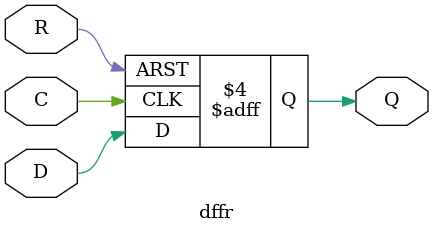
<source format=v>
module dpram_1024x8_core (
  input wclk,
  input wen,
  input [0:9] waddr,
  input [0:7] data_in,
  input rclk,
  input ren,
  input [0:9] raddr,
  output [0:7] data_out );

  reg [0:7] ram[0:1023];
  reg [0:7] internal;

  assign data_out = internal;

  always @(posedge wclk) begin
    if(wen) begin
      ram[waddr] <= data_in;
    end
  end

  always @(posedge rclk) begin
    if(ren) begin
      internal <= ram[raddr];
    end
  end

endmodule

//-----------------------------
// Dual-port RAM 1024x8 bit (8Kbit) wrapper
// where the read clock and write clock
// are combined to a unified clock
//-----------------------------
module dpram_1024x8 (
  input clk,
  input wen,
  input ren,
  input [0:9] waddr,
  input [0:9] raddr,
  input [0:7] data_in,
  output [0:7] data_out );

    dpram_1024x8_core memory_0 (
      .wclk    (clk),
      .wen    (wen),
      .waddr    (waddr),
      .data_in  (data_in),
      .rclk    (clk),
      .ren    (ren),
      .raddr    (raddr),
      .data_out    (data_out) );

endmodule

//-----------------------------
// 36-bit multiplier
//-----------------------------
module mult_36(
  input [0:35] A,
  input [0:35] B,
  output [0:71] Y
);

assign Y = A * B;

endmodule

//-----------------------------
// Native D-type flip-flop
//-----------------------------
(* abc9_flop, lib_whitebox *)
module dff(
    output reg Q,
    input D,
    (* clkbuf_sink *)
    (* invertible_pin = "IS_C_INVERTED" *)
    input C
);
    parameter [0:0] INIT = 1'b0;
    parameter [0:0] IS_C_INVERTED = 1'b0;
    initial Q = INIT;
    case(|IS_C_INVERTED)
          1'b0:
            always @(posedge C)
                Q <= D;
          1'b1:
            always @(negedge C)
                Q <= D;
    endcase
endmodule

//-----------------------------
// D-type flip-flop with asynchronous reset
//-----------------------------
(* abc9_flop, lib_whitebox *)
module dffr(
    output reg Q,
    input D,
    input R,
    (* clkbuf_sink *)
    (* invertible_pin = "IS_C_INVERTED" *)
    input C
);
    parameter [0:0] INIT = 1'b0;
    parameter [0:0] IS_C_INVERTED = 1'b0;
    initial Q = INIT;
    case(|IS_C_INVERTED)
          1'b0:
            always @(posedge C or posedge R)
                if (R == 1'b1)
                        Q <= 1'b0;
                else
                        Q <= D;
          1'b1:
            always @(negedge C or posedge R)
                if (R == 1'b1)
                        Q <= 1'b0;
                else
                        Q <= D;
    endcase
endmodule


</source>
